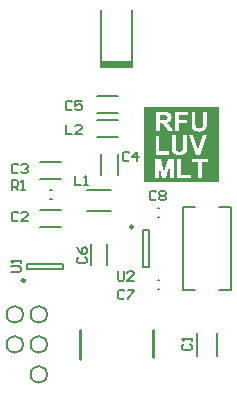
<source format=gto>
G04*
G04 #@! TF.GenerationSoftware,Altium Limited,Altium Designer,19.0.10 (269)*
G04*
G04 Layer_Color=65535*
%FSLAX25Y25*%
%MOIN*%
G70*
G01*
G75*
%ADD10C,0.00984*%
%ADD11C,0.00591*%
%ADD12C,0.00787*%
%ADD13C,0.00600*%
%ADD14C,0.00500*%
%ADD15C,0.01000*%
%ADD16C,0.00800*%
%ADD17R,0.10236X0.02165*%
G36*
X74000Y88979D02*
Y81189D01*
Y72000D01*
X49000D01*
Y81189D01*
Y88979D01*
Y97000D01*
X74000D01*
Y88979D01*
D02*
G37*
%LPC*%
G36*
X70003Y95490D02*
X68709D01*
Y91943D01*
Y91804D01*
Y91682D01*
X68704Y91566D01*
X68698Y91455D01*
X68693Y91360D01*
Y91272D01*
X68687Y91188D01*
X68682Y91122D01*
X68676Y91055D01*
X68671Y91005D01*
X68665Y90961D01*
X68660Y90922D01*
X68654Y90894D01*
Y90877D01*
X68648Y90866D01*
Y90861D01*
X68621Y90744D01*
X68571Y90639D01*
X68521Y90539D01*
X68460Y90461D01*
X68404Y90395D01*
X68360Y90345D01*
X68326Y90317D01*
X68321Y90311D01*
X68315Y90306D01*
X68260Y90267D01*
X68199Y90234D01*
X68071Y90178D01*
X67932Y90139D01*
X67799Y90112D01*
X67733Y90101D01*
X67677Y90095D01*
X67627Y90089D01*
X67577D01*
X67538Y90084D01*
X67488D01*
X67388Y90089D01*
X67294Y90095D01*
X67205Y90106D01*
X67128Y90123D01*
X67050Y90139D01*
X66978Y90156D01*
X66917Y90178D01*
X66856Y90200D01*
X66806Y90223D01*
X66761Y90245D01*
X66723Y90262D01*
X66689Y90278D01*
X66667Y90295D01*
X66650Y90306D01*
X66639Y90317D01*
X66634D01*
X66528Y90411D01*
X66439Y90517D01*
X66373Y90622D01*
X66323Y90722D01*
X66284Y90811D01*
X66267Y90850D01*
X66256Y90883D01*
X66251Y90911D01*
X66245Y90933D01*
X66240Y90944D01*
Y90950D01*
X66234Y91000D01*
X66223Y91066D01*
X66217Y91138D01*
X66212Y91222D01*
X66206Y91394D01*
X66201Y91577D01*
Y91666D01*
X66195Y91749D01*
Y91821D01*
Y91888D01*
Y91943D01*
Y91988D01*
Y92010D01*
Y92021D01*
Y95490D01*
X64902D01*
Y91877D01*
X64908Y91693D01*
X64913Y91521D01*
X64919Y91366D01*
X64930Y91222D01*
X64941Y91088D01*
X64952Y90966D01*
X64963Y90861D01*
X64974Y90761D01*
X64985Y90683D01*
X64996Y90611D01*
X65008Y90556D01*
X65013Y90506D01*
X65019Y90478D01*
X65024Y90456D01*
Y90450D01*
X65063Y90311D01*
X65119Y90184D01*
X65180Y90062D01*
X65241Y89956D01*
X65296Y89867D01*
X65318Y89829D01*
X65341Y89801D01*
X65357Y89773D01*
X65374Y89756D01*
X65379Y89745D01*
X65385Y89740D01*
X65496Y89618D01*
X65618Y89512D01*
X65746Y89418D01*
X65862Y89340D01*
X65973Y89274D01*
X66018Y89251D01*
X66057Y89229D01*
X66090Y89213D01*
X66112Y89201D01*
X66129Y89190D01*
X66134D01*
X66229Y89152D01*
X66334Y89118D01*
X66439Y89090D01*
X66556Y89068D01*
X66784Y89029D01*
X66900Y89018D01*
X67011Y89007D01*
X67117Y88996D01*
X67211Y88990D01*
X67300Y88985D01*
X67377D01*
X67439Y88979D01*
X67666D01*
X67799Y88990D01*
X67921Y88996D01*
X68038Y89013D01*
X68149Y89024D01*
X68249Y89040D01*
X68343Y89057D01*
X68426Y89079D01*
X68499Y89096D01*
X68565Y89113D01*
X68621Y89129D01*
X68671Y89146D01*
X68704Y89157D01*
X68732Y89168D01*
X68748Y89174D01*
X68754D01*
X68920Y89251D01*
X69070Y89335D01*
X69198Y89423D01*
X69309Y89507D01*
X69353Y89546D01*
X69392Y89584D01*
X69431Y89612D01*
X69459Y89640D01*
X69481Y89662D01*
X69498Y89679D01*
X69503Y89690D01*
X69509Y89695D01*
X69609Y89823D01*
X69686Y89956D01*
X69758Y90095D01*
X69808Y90217D01*
X69831Y90278D01*
X69847Y90328D01*
X69864Y90378D01*
X69875Y90417D01*
X69886Y90450D01*
X69892Y90472D01*
X69897Y90489D01*
Y90495D01*
X69914Y90595D01*
X69930Y90700D01*
X69947Y90822D01*
X69958Y90950D01*
X69975Y91222D01*
X69986Y91355D01*
X69991Y91488D01*
Y91616D01*
X69997Y91738D01*
Y91843D01*
X70003Y91938D01*
Y95490D01*
D02*
G37*
G36*
X63842D02*
X59452D01*
Y89090D01*
X60745D01*
Y91810D01*
X63420D01*
Y92892D01*
X60745D01*
Y94407D01*
X63842D01*
Y95490D01*
D02*
G37*
G36*
X55878D02*
X52997D01*
Y89090D01*
X54290D01*
Y91760D01*
X54635D01*
X54707Y91754D01*
X54840Y91749D01*
X54951Y91738D01*
X55045Y91727D01*
X55112Y91710D01*
X55162Y91699D01*
X55190Y91693D01*
X55201Y91688D01*
X55278Y91654D01*
X55351Y91616D01*
X55412Y91571D01*
X55473Y91527D01*
X55523Y91488D01*
X55556Y91455D01*
X55584Y91432D01*
X55589Y91421D01*
X55628Y91377D01*
X55673Y91327D01*
X55722Y91260D01*
X55772Y91194D01*
X55883Y91039D01*
X56000Y90877D01*
X56055Y90800D01*
X56105Y90728D01*
X56150Y90661D01*
X56189Y90606D01*
X56227Y90556D01*
X56250Y90517D01*
X56266Y90495D01*
X56272Y90483D01*
X57204Y89090D01*
X58753D01*
X57970Y90334D01*
X57887Y90467D01*
X57804Y90595D01*
X57732Y90706D01*
X57659Y90811D01*
X57593Y90905D01*
X57532Y90994D01*
X57476Y91066D01*
X57426Y91133D01*
X57382Y91194D01*
X57343Y91238D01*
X57310Y91283D01*
X57282Y91316D01*
X57260Y91338D01*
X57243Y91360D01*
X57238Y91366D01*
X57232Y91372D01*
X57127Y91477D01*
X57010Y91582D01*
X56893Y91671D01*
X56788Y91749D01*
X56688Y91816D01*
X56649Y91843D01*
X56616Y91865D01*
X56583Y91888D01*
X56560Y91899D01*
X56549Y91910D01*
X56544D01*
X56694Y91938D01*
X56838Y91971D01*
X56971Y92010D01*
X57093Y92054D01*
X57210Y92098D01*
X57310Y92149D01*
X57404Y92198D01*
X57487Y92248D01*
X57560Y92298D01*
X57626Y92343D01*
X57682Y92387D01*
X57726Y92426D01*
X57759Y92454D01*
X57781Y92476D01*
X57798Y92493D01*
X57804Y92498D01*
X57881Y92587D01*
X57942Y92687D01*
X58003Y92781D01*
X58053Y92881D01*
X58092Y92987D01*
X58126Y93081D01*
X58153Y93181D01*
X58175Y93270D01*
X58198Y93358D01*
X58209Y93436D01*
X58220Y93508D01*
X58226Y93569D01*
X58231Y93619D01*
Y93658D01*
Y93686D01*
Y93691D01*
X58226Y93797D01*
X58220Y93897D01*
X58187Y94085D01*
X58164Y94174D01*
X58142Y94257D01*
X58114Y94335D01*
X58092Y94407D01*
X58065Y94468D01*
X58037Y94529D01*
X58015Y94579D01*
X57992Y94618D01*
X57976Y94652D01*
X57959Y94674D01*
X57954Y94690D01*
X57948Y94696D01*
X57893Y94774D01*
X57837Y94851D01*
X57776Y94918D01*
X57715Y94979D01*
X57654Y95034D01*
X57593Y95084D01*
X57471Y95173D01*
X57365Y95234D01*
X57321Y95257D01*
X57282Y95279D01*
X57249Y95295D01*
X57227Y95306D01*
X57210Y95312D01*
X57204D01*
X57110Y95345D01*
X57004Y95373D01*
X56893Y95395D01*
X56777Y95417D01*
X56527Y95445D01*
X56283Y95467D01*
X56166Y95473D01*
X56061Y95478D01*
X55967Y95484D01*
X55878Y95490D01*
D02*
G37*
G36*
X70094Y87700D02*
X68718D01*
X67153Y82965D01*
X65532Y87700D01*
X64134D01*
X66420Y81300D01*
X67808D01*
X70094Y87700D01*
D02*
G37*
G36*
X63423D02*
X62130D01*
Y84153D01*
Y84014D01*
Y83892D01*
X62124Y83776D01*
X62119Y83665D01*
X62113Y83570D01*
Y83482D01*
X62108Y83398D01*
X62102Y83332D01*
X62097Y83265D01*
X62091Y83215D01*
X62085Y83171D01*
X62080Y83132D01*
X62074Y83104D01*
Y83087D01*
X62069Y83076D01*
Y83071D01*
X62041Y82954D01*
X61991Y82849D01*
X61941Y82749D01*
X61880Y82671D01*
X61825Y82605D01*
X61780Y82555D01*
X61747Y82527D01*
X61741Y82521D01*
X61736Y82516D01*
X61680Y82477D01*
X61619Y82444D01*
X61492Y82388D01*
X61353Y82349D01*
X61220Y82322D01*
X61153Y82310D01*
X61098Y82305D01*
X61048Y82299D01*
X60998D01*
X60959Y82294D01*
X60909D01*
X60809Y82299D01*
X60715Y82305D01*
X60626Y82316D01*
X60548Y82333D01*
X60470Y82349D01*
X60398Y82366D01*
X60337Y82388D01*
X60276Y82410D01*
X60226Y82433D01*
X60182Y82455D01*
X60143Y82472D01*
X60110Y82488D01*
X60088Y82505D01*
X60071Y82516D01*
X60060Y82527D01*
X60054D01*
X59949Y82621D01*
X59860Y82727D01*
X59793Y82832D01*
X59743Y82932D01*
X59705Y83021D01*
X59688Y83060D01*
X59677Y83093D01*
X59671Y83121D01*
X59666Y83143D01*
X59660Y83154D01*
Y83160D01*
X59655Y83210D01*
X59644Y83276D01*
X59638Y83348D01*
X59632Y83432D01*
X59627Y83604D01*
X59621Y83787D01*
Y83876D01*
X59616Y83959D01*
Y84031D01*
Y84098D01*
Y84153D01*
Y84197D01*
Y84220D01*
Y84231D01*
Y87700D01*
X58323D01*
Y84087D01*
X58328Y83903D01*
X58334Y83731D01*
X58339Y83576D01*
X58350Y83432D01*
X58362Y83298D01*
X58373Y83176D01*
X58384Y83071D01*
X58395Y82971D01*
X58406Y82893D01*
X58417Y82821D01*
X58428Y82766D01*
X58434Y82716D01*
X58439Y82688D01*
X58445Y82666D01*
Y82660D01*
X58484Y82521D01*
X58539Y82394D01*
X58600Y82272D01*
X58661Y82166D01*
X58717Y82077D01*
X58739Y82039D01*
X58761Y82011D01*
X58778Y81983D01*
X58794Y81966D01*
X58800Y81955D01*
X58806Y81950D01*
X58916Y81828D01*
X59039Y81722D01*
X59166Y81628D01*
X59283Y81550D01*
X59394Y81484D01*
X59438Y81461D01*
X59477Y81439D01*
X59510Y81423D01*
X59532Y81411D01*
X59549Y81400D01*
X59555D01*
X59649Y81362D01*
X59755Y81328D01*
X59860Y81300D01*
X59977Y81278D01*
X60204Y81239D01*
X60321Y81228D01*
X60432Y81217D01*
X60537Y81206D01*
X60631Y81200D01*
X60720Y81195D01*
X60798D01*
X60859Y81189D01*
X61086D01*
X61220Y81200D01*
X61342Y81206D01*
X61458Y81223D01*
X61569Y81234D01*
X61669Y81251D01*
X61764Y81267D01*
X61847Y81289D01*
X61919Y81306D01*
X61986Y81323D01*
X62041Y81339D01*
X62091Y81356D01*
X62124Y81367D01*
X62152Y81378D01*
X62169Y81384D01*
X62174D01*
X62341Y81461D01*
X62491Y81545D01*
X62618Y81633D01*
X62729Y81717D01*
X62774Y81756D01*
X62813Y81794D01*
X62851Y81822D01*
X62879Y81850D01*
X62901Y81872D01*
X62918Y81889D01*
X62924Y81900D01*
X62929Y81905D01*
X63029Y82033D01*
X63107Y82166D01*
X63179Y82305D01*
X63229Y82427D01*
X63251Y82488D01*
X63268Y82538D01*
X63284Y82588D01*
X63295Y82627D01*
X63306Y82660D01*
X63312Y82682D01*
X63318Y82699D01*
Y82705D01*
X63334Y82805D01*
X63351Y82910D01*
X63368Y83032D01*
X63379Y83160D01*
X63395Y83432D01*
X63406Y83565D01*
X63412Y83698D01*
Y83826D01*
X63418Y83948D01*
Y84053D01*
X63423Y84148D01*
Y87700D01*
D02*
G37*
G36*
X54199Y87650D02*
X52906D01*
Y81300D01*
X57407D01*
Y82383D01*
X54199D01*
Y87650D01*
D02*
G37*
G36*
X58897Y79910D02*
X56954D01*
X55811Y75542D01*
X54651Y79910D01*
X52720D01*
Y73510D01*
X53919D01*
Y78544D01*
X55184Y73510D01*
X56427D01*
X57693Y78544D01*
X57698Y73510D01*
X58897D01*
Y79910D01*
D02*
G37*
G36*
X70280D02*
X65196D01*
Y78827D01*
X67094D01*
Y73510D01*
X68388D01*
Y78827D01*
X70280D01*
Y79910D01*
D02*
G37*
G36*
X61517Y79860D02*
X60224D01*
Y73510D01*
X64724D01*
Y74593D01*
X61517D01*
Y79860D01*
D02*
G37*
%LPD*%
G36*
X55778Y94402D02*
X55939D01*
X56006Y94396D01*
X56111D01*
X56150Y94391D01*
X56200D01*
X56222Y94385D01*
X56239D01*
X56350Y94357D01*
X56444Y94324D01*
X56527Y94280D01*
X56599Y94235D01*
X56649Y94196D01*
X56688Y94163D01*
X56716Y94141D01*
X56722Y94130D01*
X56783Y94052D01*
X56827Y93963D01*
X56855Y93875D01*
X56877Y93797D01*
X56888Y93719D01*
X56899Y93664D01*
Y93641D01*
Y93625D01*
Y93614D01*
Y93608D01*
X56893Y93503D01*
X56877Y93414D01*
X56855Y93331D01*
X56832Y93259D01*
X56810Y93203D01*
X56788Y93159D01*
X56771Y93136D01*
X56766Y93125D01*
X56710Y93059D01*
X56655Y93003D01*
X56594Y92959D01*
X56533Y92920D01*
X56483Y92892D01*
X56438Y92875D01*
X56411Y92864D01*
X56400Y92859D01*
X56350Y92848D01*
X56283Y92831D01*
X56211Y92826D01*
X56122Y92814D01*
X56033Y92809D01*
X55933Y92798D01*
X55739Y92792D01*
X55639Y92787D01*
X55550D01*
X55467Y92781D01*
X54290D01*
Y94407D01*
X55673D01*
X55778Y94402D01*
D02*
G37*
D10*
X9307Y39276D02*
G03*
X9307Y39276I-492J0D01*
G01*
X45409Y57185D02*
G03*
X45409Y57185I-492J0D01*
G01*
D11*
X16756Y18000D02*
G03*
X16756Y18000I-2756J0D01*
G01*
Y8000D02*
G03*
X16756Y8000I-2756J0D01*
G01*
X8756Y18000D02*
G03*
X8756Y18000I-2756J0D01*
G01*
X16756Y28000D02*
G03*
X16756Y28000I-2756J0D01*
G01*
X8756D02*
G03*
X8756Y28000I-2756J0D01*
G01*
D12*
X34882Y110551D02*
Y129449D01*
X45118Y110551D02*
Y129449D01*
X34882Y110551D02*
X45118D01*
X53803Y60425D02*
X54197D01*
X53803Y63575D02*
X54197D01*
X17606Y69575D02*
X18394D01*
X17606Y66425D02*
X18394D01*
X9898Y43016D02*
Y44984D01*
X22102Y43016D02*
Y44984D01*
X9898Y43016D02*
X22102D01*
X9898Y44984D02*
X22102D01*
X48658Y56102D02*
X50626D01*
X48658Y43898D02*
X50626D01*
X48658D02*
Y56102D01*
X50626Y43898D02*
Y56102D01*
X53803Y39575D02*
X54197D01*
X53803Y36425D02*
X54197D01*
D13*
X30063Y62653D02*
X37937D01*
X30063Y69346D02*
X37937D01*
X66654Y14063D02*
Y21937D01*
X73347Y14063D02*
Y21937D01*
D14*
X33350Y87250D02*
X40350D01*
X33350Y92750D02*
X40350D01*
X73976Y36220D02*
X78071D01*
Y63779D01*
X73976D02*
X78071D01*
X61929D02*
X66024D01*
X61929Y36220D02*
Y63779D01*
Y36220D02*
X66024D01*
X33350Y100750D02*
X40350D01*
X33350Y95250D02*
X40350D01*
X40392Y74500D02*
Y81500D01*
X34892Y74500D02*
Y81500D01*
X14500Y73250D02*
X21500D01*
X14500Y78750D02*
X21500D01*
X14500Y57250D02*
X21500D01*
X14500Y62750D02*
X21500D01*
X36750Y44500D02*
Y51500D01*
X31250Y44500D02*
Y51500D01*
D15*
X52205Y13669D02*
Y22724D01*
X27795Y13276D02*
Y22724D01*
D16*
X53133Y68666D02*
X52600Y69199D01*
X51533D01*
X51000Y68666D01*
Y66533D01*
X51533Y66000D01*
X52600D01*
X53133Y66533D01*
X54199Y68666D02*
X54732Y69199D01*
X55799D01*
X56332Y68666D01*
Y68133D01*
X55799Y67599D01*
X56332Y67066D01*
Y66533D01*
X55799Y66000D01*
X54732D01*
X54199Y66533D01*
Y67066D01*
X54732Y67599D01*
X54199Y68133D01*
Y68666D01*
X54732Y67599D02*
X55799D01*
X26000Y74199D02*
Y71000D01*
X28133D01*
X29199D02*
X30265D01*
X29732D01*
Y74199D01*
X29199Y73666D01*
X23000Y91199D02*
Y88000D01*
X25133D01*
X28332D02*
X26199D01*
X28332Y90133D01*
Y90666D01*
X27799Y91199D01*
X26732D01*
X26199Y90666D01*
X5000Y69575D02*
Y72774D01*
X6600D01*
X7133Y72241D01*
Y71174D01*
X6600Y70641D01*
X5000D01*
X6066D02*
X7133Y69575D01*
X8199D02*
X9265D01*
X8732D01*
Y72774D01*
X8199Y72241D01*
X4801Y42000D02*
X7467D01*
X8000Y42533D01*
Y43600D01*
X7467Y44133D01*
X4801D01*
X8000Y45199D02*
Y46265D01*
Y45732D01*
X4801D01*
X5334Y45199D01*
X40350Y42475D02*
Y39809D01*
X40884Y39276D01*
X41950D01*
X42483Y39809D01*
Y42475D01*
X45682Y39276D02*
X43549D01*
X45682Y41408D01*
Y41941D01*
X45149Y42475D01*
X44082D01*
X43549Y41941D01*
X42524Y35666D02*
X41991Y36199D01*
X40925D01*
X40392Y35666D01*
Y33533D01*
X40925Y33000D01*
X41991D01*
X42524Y33533D01*
X43591Y36199D02*
X45723D01*
Y35666D01*
X43591Y33533D01*
Y33000D01*
X27334Y47133D02*
X26801Y46600D01*
Y45533D01*
X27334Y45000D01*
X29467D01*
X30000Y45533D01*
Y46600D01*
X29467Y47133D01*
X26801Y50332D02*
X27334Y49265D01*
X28400Y48199D01*
X29467D01*
X30000Y48732D01*
Y49799D01*
X29467Y50332D01*
X28934D01*
X28400Y49799D01*
Y48199D01*
X25133Y98666D02*
X24600Y99199D01*
X23533D01*
X23000Y98666D01*
Y96533D01*
X23533Y96000D01*
X24600D01*
X25133Y96533D01*
X28332Y99199D02*
X26199D01*
Y97600D01*
X27265Y98133D01*
X27799D01*
X28332Y97600D01*
Y96533D01*
X27799Y96000D01*
X26732D01*
X26199Y96533D01*
X44133Y81666D02*
X43600Y82199D01*
X42533D01*
X42000Y81666D01*
Y79533D01*
X42533Y79000D01*
X43600D01*
X44133Y79533D01*
X46799Y79000D02*
Y82199D01*
X45199Y80599D01*
X47332D01*
X7133Y77666D02*
X6600Y78199D01*
X5533D01*
X5000Y77666D01*
Y75533D01*
X5533Y75000D01*
X6600D01*
X7133Y75533D01*
X8199Y77666D02*
X8732Y78199D01*
X9798D01*
X10332Y77666D01*
Y77133D01*
X9798Y76600D01*
X9265D01*
X9798D01*
X10332Y76066D01*
Y75533D01*
X9798Y75000D01*
X8732D01*
X8199Y75533D01*
X7133Y61666D02*
X6600Y62199D01*
X5533D01*
X5000Y61666D01*
Y59533D01*
X5533Y59000D01*
X6600D01*
X7133Y59533D01*
X10332Y59000D02*
X8199D01*
X10332Y61133D01*
Y61666D01*
X9798Y62199D01*
X8732D01*
X8199Y61666D01*
X62334Y18133D02*
X61801Y17600D01*
Y16533D01*
X62334Y16000D01*
X64467D01*
X65000Y16533D01*
Y17600D01*
X64467Y18133D01*
X65000Y19199D02*
Y20265D01*
Y19732D01*
X61801D01*
X62334Y19199D01*
D17*
X40000Y111636D02*
D03*
M02*

</source>
